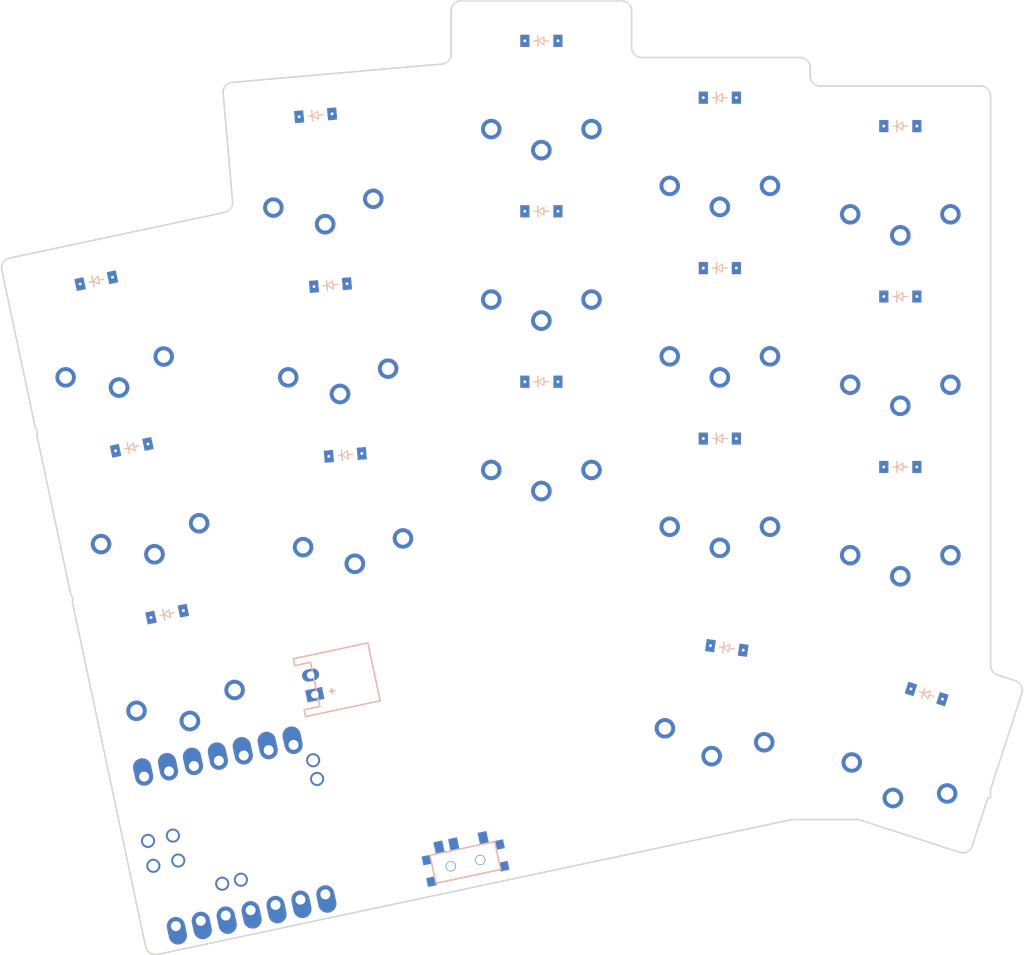
<source format=kicad_pcb>
(kicad_pcb (version 20211014) (generator pcbnew)
  (title_block (title "a_quax") (rev "v1.0.0") (company "Unknown"))
  (layers (0 "F.Cu" signal) (31 "B.Cu" signal) (34 "B.Paste" user) (35 "F.Paste" user) (36 "B.SilkS" user "B.Silkscreen") (37 "F.SilkS" user "F.Silkscreen") (38 "B.Mask" user) (39 "F.Mask" user) (44 "Edge.Cuts" user))
  (net 0 "")
  (net 1 "pinky_bottom")
  (net 2 "P2")
  (net 3 "P7")
  (net 4 "pinky_home")
  (net 5 "P8")
  (net 6 "pinky_top")
  (net 7 "P9")
  (net 8 "ring_bottom")
  (net 9 "P3")
  (net 10 "ring_home")
  (net 11 "ring_top")
  (net 12 "middle_bottom")
  (net 13 "P4")
  (net 14 "middle_home")
  (net 15 "middle_top")
  (net 16 "index_bottom")
  (net 17 "P5")
  (net 18 "index_home")
  (net 19 "index_top")
  (net 20 "inner_bottom")
  (net 21 "P6")
  (net 22 "inner_home")
  (net 23 "inner_top")
  (net 24 "first_only")
  (net 25 "P10")
  (net 26 "second_only")
  (net 27 "VCC5")
  (net 28 "GND")
  (net 29 "VCC3")
  (net 30 "RST")
  (net 31 "RAW")
  (net 32 "NFC0")
  (net 33 "NFC1")
  (net 34 "CLK")
  (net 35 "DIO")
  (net 36 "P0")
  (net 37 "P1")
  (net 38 "RAWER")
  (footprint "E73:SPDT_C128955" (layer "F.Cu") (at 43.18 20.32 -168)
    (fp_text reference "T1" hide)
    (fp_text value "" hide)
    (pad "" smd rect locked (at -3.7 -1.1 192) (size 0.9 0.9) (layers "B.Cu" "B.Paste" "B.Mask"))
    (pad "" smd rect locked (at 3.7 1.1 192) (size 0.9 0.9) (layers "B.Cu" "B.Paste" "B.Mask"))
    (pad "" np_thru_hole circle locked (at 1.5 0) (size 1 1) (drill 0.9) (layers *.Cu *.Mask))
    (pad "" smd rect locked (at 3.7 -1.1 192) (size 0.9 0.9) (layers "B.Cu" "B.Paste" "B.Mask"))
    (pad "" np_thru_hole circle locked (at -1.5 0) (size 1 1) (drill 0.9) (layers *.Cu *.Mask))
    (pad "" smd rect locked (at -3.7 1.1 192) (size 0.9 0.9) (layers "B.Cu" "B.Paste" "B.Mask"))
    (pad "1" smd rect locked (at -2.25 2.075 192) (size 0.9 1.25) (layers "B.Cu" "B.Paste" "B.Mask") (net 31 "RAW"))
    (pad "2" smd rect locked (at 0.75 2.075 192) (size 0.9 1.25) (layers "B.Cu" "B.Paste" "B.Mask") (net 38 "RAWER"))
    (pad "3" smd rect locked (at 2.25 2.075 192) (size 0.9 1.25) (layers "B.Cu" "B.Paste" "B.Mask"))
  )
  (footprint "PG1350" (layer "F.Cu") (at 50.749339 -22.694088 180)
    (fp_text reference "S7" hide)
    (fp_text value "" hide)
    (pad "" np_thru_hole circle locked (at 0 0) (size 3.429 3.429) (drill 3.429) (layers *.Cu *.Mask))
    (pad "" np_thru_hole circle locked (at 5.5 0) (size 1.7018 1.7018) (drill 1.7018) (layers *.Cu *.Mask))
    (pad "" np_thru_hole circle locked (at -5.5 0) (size 1.7018 1.7018) (drill 1.7018) (layers *.Cu *.Mask))
    (pad "1" thru_hole circle locked (at -5 -3.8) (size 2.032 2.032) (drill 1.27) (layers *.Cu *.Mask) (net 12 "middle_bottom"))
    (pad "1" thru_hole circle locked (at 5 -3.8) (size 2.032 2.032) (drill 1.27) (layers *.Cu *.Mask) (net 12 "middle_bottom"))
    (pad "2" thru_hole circle locked (at 0 -5.9) (size 2.032 2.032) (drill 1.27) (layers *.Cu *.Mask) (net 13 "P4"))
    (pad "2" thru_hole circle locked (at 0 -5.9) (size 2.032 2.032) (drill 1.27) (layers *.Cu *.Mask) (net 13 "P4"))
  )
  (footprint "ComboDiode" (layer "F.Cu") (at 28.230995 -54.267085 5)
    (fp_text reference "D6" hide)
    (fp_text value "" hide)
    (pad "1" thru_hole circle locked (at -1.65 0 5) (size 0.6 0.6) (drill 0.3) (layers *.Cu *.Mask) (net 7 "P9"))
    (pad "1" smd rect locked (at -1.65 0 5) (size 0.9 1.2) (layers "F.Cu" "F.Paste" "F.Mask") (net 7 "P9"))
    (pad "1" smd rect locked (at -1.65 0 5) (size 0.9 1.2) (layers "B.Cu" "B.Paste" "B.Mask") (net 7 "P9"))
    (pad "2" smd rect locked (at 1.65 0 5) (size 0.9 1.2) (layers "F.Cu" "F.Paste" "F.Mask") (net 11 "ring_top"))
    (pad "2" thru_hole circle locked (at 1.65 0 5) (size 0.6 0.6) (drill 0.3) (layers *.Cu *.Mask) (net 11 "ring_top"))
    (pad "2" smd rect locked (at 1.65 0 5) (size 0.9 1.2) (layers "B.Cu" "B.Paste" "B.Mask") (net 11 "ring_top"))
  )
  (footprint "ComboDiode" (layer "F.Cu") (at 50.749339 -61.694088)
    (fp_text reference "D9" hide)
    (fp_text value "" hide)
    (pad "1" smd rect locked (at -1.65 0) (size 0.9 1.2) (layers "F.Cu" "F.Paste" "F.Mask") (net 7 "P9"))
    (pad "1" smd rect locked (at -1.65 0) (size 0.9 1.2) (layers "B.Cu" "B.Paste" "B.Mask") (net 7 "P9"))
    (pad "1" thru_hole circle locked (at -1.65 0) (size 0.6 0.6) (drill 0.3) (layers *.Cu *.Mask) (net 7 "P9"))
    (pad "2" thru_hole circle locked (at 1.65 0) (size 0.6 0.6) (drill 0.3) (layers *.Cu *.Mask) (net 15 "middle_top"))
    (pad "2" smd rect locked (at 1.65 0) (size 0.9 1.2) (layers "B.Cu" "B.Paste" "B.Mask") (net 15 "middle_top"))
    (pad "2" smd rect locked (at 1.65 0) (size 0.9 1.2) (layers "F.Cu" "F.Paste" "F.Mask") (net 15 "middle_top"))
  )
  (footprint "PG1350" (layer "F.Cu") (at 31.630069 -15.415492 -175)
    (fp_text reference "S4" hide)
    (fp_text value "" hide)
    (pad "" np_thru_hole circle locked (at 5.5 0) (size 1.7018 1.7018) (drill 1.7018) (layers *.Cu *.Mask))
    (pad "" np_thru_hole circle locked (at -5.5 0) (size 1.7018 1.7018) (drill 1.7018) (layers *.Cu *.Mask))
    (pad "" np_thru_hole circle locked (at 0 0) (size 3.429 3.429) (drill 3.429) (layers *.Cu *.Mask))
    (pad "1" thru_hole circle locked (at -5 -3.8) (size 2.032 2.032) (drill 1.27) (layers *.Cu *.Mask) (net 8 "ring_bottom"))
    (pad "1" thru_hole circle locked (at 5 -3.8) (size 2.032 2.032) (drill 1.27) (layers *.Cu *.Mask) (net 8 "ring_bottom"))
    (pad "2" thru_hole circle locked (at 0 -5.9) (size 2.032 2.032) (drill 1.27) (layers *.Cu *.Mask) (net 9 "P3"))
    (pad "2" thru_hole circle locked (at 0 -5.9) (size 2.032 2.032) (drill 1.27) (layers *.Cu *.Mask) (net 9 "P3"))
  )
  (footprint "ComboDiode" (layer "F.Cu") (at 6.356945 -37.776266 12)
    (fp_text reference "D3" hide)
    (fp_text value "" hide)
    (pad "1" thru_hole circle locked (at -1.65 0 12) (size 0.6 0.6) (drill 0.3) (layers *.Cu *.Mask) (net 7 "P9"))
    (pad "1" smd rect locked (at -1.65 0 12) (size 0.9 1.2) (layers "F.Cu" "F.Paste" "F.Mask") (net 7 "P9"))
    (pad "1" smd rect locked (at -1.65 0 12) (size 0.9 1.2) (layers "B.Cu" "B.Paste" "B.Mask") (net 7 "P9"))
    (pad "2" thru_hole circle locked (at 1.65 0 12) (size 0.6 0.6) (drill 0.3) (layers *.Cu *.Mask) (net 6 "pinky_top"))
    (pad "2" smd rect locked (at 1.65 0 12) (size 0.9 1.2) (layers "F.Cu" "F.Paste" "F.Mask") (net 6 "pinky_top"))
    (pad "2" smd rect locked (at 1.65 0 12) (size 0.9 1.2) (layers "B.Cu" "B.Paste" "B.Mask") (net 6 "pinky_top"))
  )
  (footprint "ComboDiode" (layer "F.Cu") (at 69.245204 -1.145429 -8)
    (fp_text reference "D16" hide)
    (fp_text value "" hide)
    (pad "1" smd rect locked (at -1.65 0 352) (size 0.9 1.2) (layers "B.Cu" "B.Paste" "B.Mask") (net 25 "P10"))
    (pad "1" smd rect locked (at -1.65 0 352) (size 0.9 1.2) (layers "F.Cu" "F.Paste" "F.Mask") (net 25 "P10"))
    (pad "1" thru_hole circle locked (at -1.65 0 352) (size 0.6 0.6) (drill 0.3) (layers *.Cu *.Mask) (net 25 "P10"))
    (pad "2" thru_hole circle locked (at 1.65 0 352) (size 0.6 0.6) (drill 0.3) (layers *.Cu *.Mask) (net 24 "first_only"))
    (pad "2" smd rect locked (at 1.65 0 352) (size 0.9 1.2) (layers "B.Cu" "B.Paste" "B.Mask") (net 24 "first_only"))
    (pad "2" smd rect locked (at 1.65 0 352) (size 0.9 1.2) (layers "F.Cu" "F.Paste" "F.Mask") (net 24 "first_only"))
  )
  (footprint "ComboDiode" (layer "F.Cu") (at 68.549339 -22.027422)
    (fp_text reference "D10" hide)
    (fp_text value "" hide)
    (pad "1" smd rect locked (at -1.65 0) (size 0.9 1.2) (layers "B.Cu" "B.Paste" "B.Mask") (net 3 "P7"))
    (pad "1" smd rect locked (at -1.65 0) (size 0.9 1.2) (layers "F.Cu" "F.Paste" "F.Mask") (net 3 "P7"))
    (pad "1" thru_hole circle locked (at -1.65 0) (size 0.6 0.6) (drill 0.3) (layers *.Cu *.Mask) (net 3 "P7"))
    (pad "2" thru_hole circle locked (at 1.65 0) (size 0.6 0.6) (drill 0.3) (layers *.Cu *.Mask) (net 16 "index_bottom"))
    (pad "2" smd rect locked (at 1.65 0) (size 0.9 1.2) (layers "F.Cu" "F.Paste" "F.Mask") (net 16 "index_bottom"))
    (pad "2" smd rect locked (at 1.65 0) (size 0.9 1.2) (layers "B.Cu" "B.Paste" "B.Mask") (net 16 "index_bottom"))
  )
  (footprint "ComboDiode" (layer "F.Cu") (at 50.749339 -44.694088)
    (fp_text reference "D8" hide)
    (fp_text value "" hide)
    (pad "1" smd rect locked (at -1.65 0) (size 0.9 1.2) (layers "B.Cu" "B.Paste" "B.Mask") (net 5 "P8"))
    (pad "1" thru_hole circle locked (at -1.65 0) (size 0.6 0.6) (drill 0.3) (layers *.Cu *.Mask) (net 5 "P8"))
    (pad "1" smd rect locked (at -1.65 0) (size 0.9 1.2) (layers "F.Cu" "F.Paste" "F.Mask") (net 5 "P8"))
    (pad "2" thru_hole circle locked (at 1.65 0) (size 0.6 0.6) (drill 0.3) (layers *.Cu *.Mask) (net 14 "middle_home"))
    (pad "2" smd rect locked (at 1.65 0) (size 0.9 1.2) (layers "B.Cu" "B.Paste" "B.Mask") (net 14 "middle_home"))
    (pad "2" smd rect locked (at 1.65 0) (size 0.9 1.2) (layers "F.Cu" "F.Paste" "F.Mask") (net 14 "middle_home"))
  )
  (footprint "ComboDiode" (layer "F.Cu") (at 13.425943 -4.519247 12)
    (fp_text reference "D1" hide)
    (fp_text value "" hide)
    (pad "1" thru_hole circle locked (at -1.65 0 12) (size 0.6 0.6) (drill 0.3) (layers *.Cu *.Mask) (net 3 "P7"))
    (pad "1" smd rect locked (at -1.65 0 12) (size 0.9 1.2) (layers "B.Cu" "B.Paste" "B.Mask") (net 3 "P7"))
    (pad "1" smd rect locked (at -1.65 0 12) (size 0.9 1.2) (layers "F.Cu" "F.Paste" "F.Mask") (net 3 "P7"))
    (pad "2" smd rect locked (at 1.65 0 12) (size 0.9 1.2) (layers "F.Cu" "F.Paste" "F.Mask") (net 1 "pinky_bottom"))
    (pad "2" thru_hole circle locked (at 1.65 0 12) (size 0.6 0.6) (drill 0.3) (layers *.Cu *.Mask) (net 1 "pinky_bottom"))
    (pad "2" smd rect locked (at 1.65 0 12) (size 0.9 1.2) (layers "B.Cu" "B.Paste" "B.Mask") (net 1 "pinky_bottom"))
  )
  (footprint "PG1350" (layer "F.Cu") (at 68.549339 -51.027422 180)
    (fp_text reference "S12" hide)
    (fp_text value "" hide)
    (pad "" np_thru_hole circle locked (at 5.5 0) (size 1.7018 1.7018) (drill 1.7018) (layers *.Cu *.Mask))
    (pad "" np_thru_hole circle locked (at -5.5 0) (size 1.7018 1.7018) (drill 1.7018) (layers *.Cu *.Mask))
    (pad "" np_thru_hole circle locked (at 0 0) (size 3.429 3.429) (drill 3.429) (layers *.Cu *.Mask))
    (pad "1" thru_hole circle locked (at 5 -3.8) (size 2.032 2.032) (drill 1.27) (layers *.Cu *.Mask) (net 19 "index_top"))
    (pad "1" thru_hole circle locked (at -5 -3.8) (size 2.032 2.032) (drill 1.27) (layers *.Cu *.Mask) (net 19 "index_top"))
    (pad "2" thru_hole circle locked (at 0 -5.9) (size 2.032 2.032) (drill 1.27) (layers *.Cu *.Mask) (net 17 "P5"))
    (pad "2" thru_hole circle locked (at 0 -5.9) (size 2.032 2.032) (drill 1.27) (layers *.Cu *.Mask) (net 17 "P5"))
  )
  (footprint "ComboDiode" (layer "F.Cu") (at 31.19429 -20.396465 5)
    (fp_text reference "D4" hide)
    (fp_text value "" hide)
    (pad "1" smd rect locked (at -1.65 0 5) (size 0.9 1.2) (layers "B.Cu" "B.Paste" "B.Mask") (net 3 "P7"))
    (pad "1" smd rect locked (at -1.65 0 5) (size 0.9 1.2) (layers "F.Cu" "F.Paste" "F.Mask") (net 3 "P7"))
    (pad "1" thru_hole circle locked (at -1.65 0 5) (size 0.6 0.6) (drill 0.3) (layers *.Cu *.Mask) (net 3 "P7"))
    (pad "2" smd rect locked (at 1.65 0 5) (size 0.9 1.2) (layers "B.Cu" "B.Paste" "B.Mask") (net 8 "ring_bottom"))
    (pad "2" thru_hole circle locked (at 1.65 0 5) (size 0.6 0.6) (drill 0.3) (layers *.Cu *.Mask) (net 8 "ring_bottom"))
    (pad "2" smd rect locked (at 1.65 0 5) (size 0.9 1.2) (layers "F.Cu" "F.Paste" "F.Mask") (net 8 "ring_bottom"))
  )
  (footprint "PG1350" (layer "F.Cu") (at 86.549339 -14.194088 180)
    (fp_text reference "S13" hide)
    (fp_text value "" hide)
    (pad "" np_thru_hole circle locked (at 0 0) (size 3.429 3.429) (drill 3.429) (layers *.Cu *.Mask))
    (pad "" np_thru_hole circle locked (at 5.5 0) (size 1.7018 1.7018) (drill 1.7018) (layers *.Cu *.Mask))
    (pad "" np_thru_hole circle locked (at -5.5 0) (size 1.7018 1.7018) (drill 1.7018) (layers *.Cu *.Mask))
    (pad "1" thru_hole circle locked (at 5 -3.8) (size 2.032 2.032) (drill 1.27) (layers *.Cu *.Mask) (net 20 "inner_bottom"))
    (pad "1" thru_hole circle locked (at -5 -3.8) (size 2.032 2.032) (drill 1.27) (layers *.Cu *.Mask) (net 20 "inner_bottom"))
    (pad "2" thru_hole circle locked (at 0 -5.9) (size 2.032 2.032) (drill 1.27) (layers *.Cu *.Mask) (net 21 "P6"))
    (pad "2" thru_hole circle locked (at 0 -5.9) (size 2.032 2.032) (drill 1.27) (layers *.Cu *.Mask) (net 21 "P6"))
  )
  (footprint "ComboDiode" (layer "F.Cu") (at 68.549339 -39.027422)
    (fp_text reference "D11" hide)
    (fp_text value "" hide)
    (pad "1" thru_hole circle locked (at -1.65 0) (size 0.6 0.6) (drill 0.3) (layers *.Cu *.Mask) (net 5 "P8"))
    (pad "1" smd rect locked (at -1.65 0) (size 0.9 1.2) (layers "B.Cu" "B.Paste" "B.Mask") (net 5 "P8"))
    (pad "1" smd rect locked (at -1.65 0) (size 0.9 1.2) (layers "F.Cu" "F.Paste" "F.Mask") (net 5 "P8"))
    (pad "2" smd rect locked (at 1.65 0) (size 0.9 1.2) (layers "B.Cu" "B.Paste" "B.Mask") (net 18 "index_home"))
    (pad "2" thru_hole circle locked (at 1.65 0) (size 0.6 0.6) (drill 0.3) (layers *.Cu *.Mask) (net 18 "index_home"))
    (pad "2" smd rect locked (at 1.65 0) (size 0.9 1.2) (layers "F.Cu" "F.Paste" "F.Mask") (net 18 "index_home"))
  )
  (footprint "ComboDiode" (layer "F.Cu") (at 89.179862 3.45685 -18)
    (fp_text reference "D17" hide)
    (fp_text value "" hide)
    (pad "1" thru_hole circle locked (at -1.65 0 342) (size 0.6 0.6) (drill 0.3) (layers *.Cu *.Mask) (net 25 "P10"))
    (pad "1" smd rect locked (at -1.65 0 342) (size 0.9 1.2) (layers "B.Cu" "B.Paste" "B.Mask") (net 25 "P10"))
    (pad "1" smd rect locked (at -1.65 0 342) (size 0.9 1.2) (layers "F.Cu" "F.Paste" "F.Mask") (net 25 "P10"))
    (pad "2" thru_hole circle locked (at 1.65 0 342) (size 0.6 0.6) (drill 0.3) (layers *.Cu *.Mask) (net 26 "second_only"))
    (pad "2" smd rect locked (at 1.65 0 342) (size 0.9 1.2) (layers "B.Cu" "B.Paste" "B.Mask") (net 26 "second_only"))
    (pad "2" smd rect locked (at 1.65 0 342) (size 0.9 1.2) (layers "F.Cu" "F.Paste" "F.Mask") (net 26 "second_only"))
  )
  (footprint "PG1350" (layer "F.Cu") (at 50.749339 -56.694088 180)
    (fp_text reference "S9" hide)
    (fp_text value "" hide)
    (pad "" np_thru_hole circle locked (at 0 0) (size 3.429 3.429) (drill 3.429) (layers *.Cu *.Mask))
    (pad "" np_thru_hole circle locked (at 5.5 0) (size 1.7018 1.7018) (drill 1.7018) (layers *.Cu *.Mask))
    (pad "" np_thru_hole circle locked (at -5.5 0) (size 1.7018 1.7018) (drill 1.7018) (layers *.Cu *.Mask))
    (pad "1" thru_hole circle locked (at -5 -3.8) (size 2.032 2.032) (drill 1.27) (layers *.Cu *.Mask) (net 15 "middle_top"))
    (pad "1" thru_hole circle locked (at 5 -3.8) (size 2.032 2.032) (drill 1.27) (layers *.Cu *.Mask) (net 15 "middle_top"))
    (pad "2" thru_hole circle locked (at 0 -5.9) (size 2.032 2.032) (drill 1.27) (layers *.Cu *.Mask) (net 13 "P4"))
    (pad "2" thru_hole circle locked (at 0 -5.9) (size 2.032 2.032) (drill 1.27) (layers *.Cu *.Mask) (net 13 "P4"))
  )
  (footprint "ComboDiode" (layer "F.Cu") (at 29.712643 -37.331775 5)
    (fp_text reference "D5" hide)
    (fp_text value "" hide)
    (pad "1" smd rect locked (at -1.65 0 5) (size 0.9 1.2) (layers "B.Cu" "B.Paste" "B.Mask") (net 5 "P8"))
    (pad "1" thru_hole circle locked (at -1.65 0 5) (size 0.6 0.6) (drill 0.3) (layers *.Cu *.Mask) (net 5 "P8"))
    (pad "1" smd rect locked (at -1.65 0 5) (size 0.9 1.2) (layers "F.Cu" "F.Paste" "F.Mask") (net 5 "P8"))
    (pad "2" smd rect locked (at 1.65 0 5) (size 0.9 1.2) (layers "B.Cu" "B.Paste" "B.Mask") (net 10 "ring_home"))
    (pad "2" smd rect locked (at 1.65 0 5) (size 0.9 1.2) (layers "F.Cu" "F.Paste" "F.Mask") (net 10 "ring_home"))
    (pad "2" thru_hole circle locked (at 1.65 0 5) (size 0.6 0.6) (drill 0.3) (layers *.Cu *.Mask) (net 10 "ring_home"))
  )
  (footprint "ComboDiode" (layer "F.Cu") (at 86.549339 -53.194088)
    (fp_text reference "D15" hide)
    (fp_text value "" hide)
    (pad "1" thru_hole circle locked (at -1.65 0) (size 0.6 0.6) (drill 0.3) (layers *.Cu *.Mask) (net 7 "P9"))
    (pad "1" smd rect locked (at -1.65 0) (size 0.9 1.2) (layers "F.Cu" "F.Paste" "F.Mask") (net 7 "P9"))
    (pad "1" smd rect locked (at -1.65 0) (size 0.9 1.2) (layers "B.Cu" "B.Paste" "B.Mask") (net 7 "P9"))
    (pad "2" thru_hole circle locked (at 1.65 0) (size 0.6 0.6) (drill 0.3) (layers *.Cu *.Mask) (net 23 "inner_top"))
    (pad "2" smd rect locked (at 1.65 0) (size 0.9 1.2) (layers "B.Cu" "B.Paste" "B.Mask") (net 23 "inner_top"))
    (pad "2" smd rect locked (at 1.65 0) (size 0.9 1.2) (layers "F.Cu" "F.Paste" "F.Mask") (net 23 "inner_top"))
  )
  (footprint "ComboDiode" (layer "F.Cu") (at 86.549339 -19.194088)
    (fp_text reference "D13" hide)
    (fp_text value "" hide)
    (pad "1" smd rect locked (at -1.65 0) (size 0.9 1.2) (layers "B.Cu" "B.Paste" "B.Mask") (net 3 "P7"))
    (pad "1" thru_hole circle locked (at -1.65 0) (size 0.6 0.6) (drill 0.3) (layers *.Cu *.Mask) (net 3 "P7"))
    (pad "1" smd rect locked (at -1.65 0) (size 0.9 1.2) (layers "F.Cu" "F.Paste" "F.Mask") (net 3 "P7"))
    (pad "2" thru_hole circle locked (at 1.65 0) (size 0.6 0.6) (drill 0.3) (layers *.Cu *.Mask) (net 20 "inner_bottom"))
    (pad "2" smd rect locked (at 1.65 0) (size 0.9 1.2) (layers "B.Cu" "B.Paste" "B.Mask") (net 20 "inner_bottom"))
    (pad "2" smd rect locked (at 1.65 0) (size 0.9 1.2) (layers "F.Cu" "F.Paste" "F.Mask") (net 20 "inner_bottom"))
  )
  (footprint "ComboDiode" (layer "F.Cu") (at 50.749339 -27.694088)
    (fp_text reference "D7" hide)
    (fp_text value "" hide)
    (pad "1" smd rect locked (at -1.65 0) (size 0.9 1.2) (layers "F.Cu" "F.Paste" "F.Mask") (net 3 "P7"))
    (pad "1" thru_hole circle locked (at -1.65 0) (size 0.6 0.6) (drill 0.3) (layers *.Cu *.Mask) (net 3 "P7"))
    (pad "1" smd rect locked (at -1.65 0) (size 0.9 1.2) (layers "B.Cu" "B.Paste" "B.Mask") (net 3 "P7"))
    (pad "2" smd rect locked (at 1.65 0) (size 0.9 1.2) (layers "F.Cu" "F.Paste" "F.Mask") (net 12 "middle_bottom"))
    (pad "2" thru_hole circle locked (at 1.65 0) (size 0.6 0.6) (drill 0.3) (layers *.Cu *.Mask) (net 12 "middle_bottom"))
    (pad "2" smd rect locked (at 1.65 0) (size 0.9 1.2) (layers "B.Cu" "B.Paste" "B.Mask") (net 12 "middle_bottom"))
  )
  (footprint "PG1350" (layer "F.Cu") (at 30.148421 -32.350801 -175)
    (fp_text reference "S5" hide)
    (fp_text value "" hide)
    (pad "" np_thru_hole circle locked (at -5.5 0) (size 1.7018 1.7018) (drill 1.7018) (layers *.Cu *.Mask))
    (pad "" np_thru_hole circle locked (at 0 0) (size 3.429 3.429) (drill 3.429) (layers *.Cu *.Mask))
    (pad "" np_thru_hole circle locked (at 5.5 0) (size 1.7018 1.7018) (drill 1.7018) (layers *.Cu *.Mask))
    (pad "1" thru_hole circle locked (at 5 -3.8) (size 2.032 2.032) (drill 1.27) (layers *.Cu *.Mask) (net 10 "ring_home"))
    (pad "1" thru_hole circle locked (at -5 -3.8) (size 2.032 2.032) (drill 1.27) (layers *.Cu *.Mask) (net 10 "ring_home"))
    (pad "2" thru_hole circle locked (at 0 -5.9) (size 2.032 2.032) (drill 1.27) (layers *.Cu *.Mask) (net 9 "P3"))
    (pad "2" thru_hole circle locked (at 0 -5.9) (size 2.032 2.032) (drill 1.27) (layers *.Cu *.Mask) (net 9 "P3"))
  )
  (footprint "PG1350" (layer "F.Cu") (at 7.396504 -32.885528 -168)
    (fp_text reference "S3" hide)
    (fp_text value "" hide)
    (pad "" np_thru_hole circle locked (at -5.5 0) (size 1.7018 1.7018) (drill 1.7018) (layers *.Cu *.Mask))
    (pad "" np_thru_hole circle locked (at 0 0) (size 3.429 3.429) (drill 3.429) (layers *.Cu *.Mask))
    (pad "" np_thru_hole circle locked (at 5.5 0) (size 1.7018 1.7018) (drill 1.7018) (layers *.Cu *.Mask))
    (pad "1" thru_hole circle locked (at 5 -3.8) (size 2.032 2.032) (drill 1.27) (layers *.Cu *.Mask) (net 6 "pinky_top"))
    (pad "1" thru_hole circle locked (at -5 -3.8) (size 2.032 2.032) (drill 1.27) (layers *.Cu *.Mask) (net 6 "pinky_top"))
    (pad "2" thru_hole circle locked (at 0 -5.9) (size 2.032 2.032) (drill 1.27) (layers *.Cu *.Mask) (net 2 "P2"))
    (pad "2" thru_hole circle locked (at 0 -5.9) (size 2.032 2.032) (drill 1.27) (layers *.Cu *.Mask) (net 2 "P2"))
  )
  (footprint "PG1350" (layer "F.Cu") (at 10.931003 -16.257018 -168)
    (fp_text reference "S2" hide)
    (fp_text value "" hide)
    (pad "" np_thru_hole circle locked (at 5.5 0) (size 1.7018 1.7018) (drill 1.7018) (layers *.Cu *.Mask))
    (pad "" np_thru_hole circle locked (at 0 0) (size 3.429 3.429) (drill 3.429) (layers *.Cu *.Mask))
    (pad "" np_thru_hole circle locked (at -5.5 0) (size 1.7018 1.7018) (drill 1.7018) (layers *.Cu *.Mask))
    (pad "1" thru_hole circle locked (at 5 -3.8) (size 2.032 2.032) (drill 1.27) (layers *.Cu *.Mask) (net 4 "pinky_home"))
    (pad "1" thru_hole circle locked (at -5 -3.8) (size 2.032 2.032) (drill 1.27) (layers *.Cu *.Mask) (net 4 "pinky_home"))
    (pad "2" thru_hole circle locked (at 0 -5.9) (size 2.032 2.032) (drill 1.27) (layers *.Cu *.Mask) (net 2 "P2"))
    (pad "2" thru_hole circle locked (at 0 -5.9) (size 2.032 2.032) (drill 1.27) (layers *.Cu *.Mask) (net 2 "P2"))
  )
  (footprint "ComboDiode" (layer "F.Cu") (at 9.891444 -21.147756 12)
    (fp_text reference "D2" hide)
    (fp_text value "" hide)
    (pad "1" smd rect locked (at -1.65 0 12) (size 0.9 1.2) (layers "B.Cu" "B.Paste" "B.Mask") (net 5 "P8"))
    (pad "1" smd rect locked (at -1.65 0 12) (size 0.9 1.2) (layers "F.Cu" "F.Paste" "F.Mask") (net 5 "P8"))
    (pad "1" thru_hole circle locked (at -1.65 0 12) (size 0.6 0.6) (drill 0.3) (layers *.Cu *.Mask) (net 5 "P8"))
    (pad "2" thru_hole circle locked (at 1.65 0 12) (size 0.6 0.6) (drill 0.3) (layers *.Cu *.Mask) (net 4 "pinky_home"))
    (pad "2" smd rect locked (at 1.65 0 12) (size 0.9 1.2) (layers "F.Cu" "F.Paste" "F.Mask") (net 4 "pinky_home"))
    (pad "2" smd rect locked (at 1.65 0 12) (size 0.9 1.2) (layers "B.Cu" "B.Paste" "B.Mask") (net 4 "pinky_home"))
  )
  (footprint "ComboDiode" (layer "F.Cu") (at 68.549339 -56.027422)
    (fp_text reference "D12" hide)
    (fp_text value "" hide)
    (pad "1" thru_hole circle locked (at -1.65 0) (size 0.6 0.6) (drill 0.3) (layers *.Cu *.Mask) (net 7 "P9"))
    (pad "1" smd rect locked (at -1.65 0) (size 0.9 1.2) (layers "B.Cu" "B.Paste" "B.Mask") (net 7 "P9"))
    (pad "1" smd rect locked (at -1.65 0) (size 0.9 1.2) (layers "F.Cu" "F.Paste" "F.Mask") (net 7 "P9"))
    (pad "2" smd rect locked (at 1.65 0) (size 0.9 1.2) (layers "B.Cu" "B.Paste" "B.Mask") (net 19 "index_top"))
    (pad "2" smd rect locked (at 1.65 0) (size 0.9 1.2) (layers "F.Cu" "F.Paste" "F.Mask") (net 19 "index_top"))
    (pad "2" thru_hole circle locked (at 1.65 0) (size 0.6 0.6) (drill 0.3) (layers *.Cu *.Mask) (net 19 "index_top"))
  )
  (footprint "PG1350" (layer "F.Cu") (at 50.749339 -39.694088 180)
    (fp_text reference "S8" hide)
    (fp_text value "" hide)
    (pad "" np_thru_hole circle locked (at 5.5 0) (size 1.7018 1.7018) (drill 1.7018) (layers *.Cu *.Mask))
    (pad "" np_thru_hole circle locked (at -5.5 0) (size 1.7018 1.7018) (drill 1.7018) (layers *.Cu *.Mask))
    (pad "" np_thru_hole circle locked (at 0 0) (size 3.429 3.429) (drill 3.429) (layers *.Cu *.Mask))
    (pad "1" thru_hole circle locked (at 5 -3.8) (size 2.032 2.032) (drill 1.27) (layers *.Cu *.Mask) (net 14 "middle_home"))
    (pad "1" thru_hole circle locked (at -5 -3.8) (size 2.032 2.032) (drill 1.27) (layers *.Cu *.Mask) (net 14 "middle_home"))
    (pad "2" thru_hole circle locked (at 0 -5.9) (size 2.032 2.032) (drill 1.27) (layers *.Cu *.Mask) (net 13 "P4"))
    (pad "2" thru_hole circle locked (at 0 -5.9) (size 2.032 2.032) (drill 1.27) (layers *.Cu *.Mask) (net 13 "P4"))
  )
  (footprint "PG1350" (layer "F.Cu") (at 86.549339 -48.194088 180)
    (fp_text reference "S15" hide)
    (fp_text value "" hide)
    (pad "" np_thru_hole circle locked (at 0 0) (size 3.429 3.429) (drill 3.429) (layers *.Cu *.Mask))
    (pad "" np_thru_hole circle locked (at 5.5 0) (size 1.7018 1.7018) (drill 1.7018) (layers *.Cu *.Mask))
    (pad "" np_thru_hole circle locked (at -5.5 0) (size 1.7018 1.7018) (drill 1.7018) (layers *.Cu *.Mask))
    (pad "1" thru_hole circle locked (at -5 -3.8) (size 2.032 2.032) (drill 1.27) (layers *.Cu *.Mask) (net 23 "inner_top"))
    (pad "1" thru_hole circle locked (at 5 -3.8) (size 2.032 2.032) (drill 1.27) (layers *.Cu *.Mask) (net 23 "inner_top"))
    (pad "2" thru_hole circle locked (at 0 -5.9) (size 2.032 2.032) (drill 1.27) (layers *.Cu *.Mask) (net 21 "P6"))
    (pad "2" thru_hole circle locked (at 0 -5.9) (size 2.032 2.032) (drill 1.27) (layers *.Cu *.Mask) (net 21 "P6"))
  )
  (footprint "ComboDiode" (layer "F.Cu") (at 86.549339 -36.194088)
    (fp_text reference "D14" hide)
    (fp_text value "" hide)
    (pad "1" smd rect locked (at -1.65 0) (size 0.9 1.2) (layers "B.Cu" "B.Paste" "B.Mask") (net 5 "P8"))
    (pad "1" thru_hole circle locked (at -1.65 0) (size 0.6 0.6) (drill 0.3) (layers *.Cu *.Mask) (net 5 "P8"))
    (pad "1" smd rect locked (at -1.65 0) (size 0.9 1.2) (layers "F.Cu" "F.Paste" "F.Mask") (net 5 "P8"))
    (pad "2" smd rect locked (at 1.65 0) (size 0.9 1.2) (layers "B.Cu" "B.Paste" "B.Mask") (net 22 "inner_home"))
    (pad "2" thru_hole circle locked (at 1.65 0) (size 0.6 0.6) (drill 0.3) (layers *.Cu *.Mask) (net 22 "inner_home"))
    (pad "2" smd rect locked (at 1.65 0) (size 0.9 1.2) (layers "F.Cu" "F.Paste" "F.Mask") (net 22 "inner_home"))
  )
  (footprint "JST_PH_S2B-PH-K_02x2.00mm_Angled" (layer "F.Cu") (at 27.94 2.54 102)
    (fp_text reference "JST1" hide)
    (fp_text value "" hide)
    (pad "1" thru_hole rect locked (at -1 0 102) (size 1.2 1.7) (drill 0.75) (layers *.Cu *.Mask) (net 38 "RAWER"))
    (pad "2" thru_hole oval locked (at 1 0 102) (size 1.2 1.7) (drill 0.75) (layers *.Cu *.Mask) (net 28 "GND"))
  )
  (footprint "PG1350" (layer "F.Cu") (at 87.634777 8.212132 162)
    (fp_text reference "S17" hide)
    (fp_text value "" hide)
    (pad "" np_thru_hole circle locked (at 5.5 0) (size 1.7018 1.7018) (drill 1.7018) (layers *.Cu *.Mask))
    (pad "" np_thru_hole circle locked (at 0 0) (size 3.429 3.429) (drill 3.429) (layers *.Cu *.Mask))
    (pad "" np_thru_hole circle locked (at -5.5 0) (size 1.7018 1.7018) (drill 1.7018) (layers *.Cu *.Mask))
    (pad "1" thru_hole circle locked (at 5 -3.8) (size 2.032 2.032) (drill 1.27) (layers *.Cu *.Mask) (net 26 "second_only"))
    (pad "1" thru_hole circle locked (at -5 -3.8) (size 2.032 2.032) (drill 1.27) (layers *.Cu *.Mask) (net 26 "second_only"))
    (pad "2" thru_hole circle locked (at 0 -5.9) (size 2.032 2.032) (drill 1.27) (layers *.Cu *.Mask) (net 21 "P6"))
    (pad "2" thru_hole circle locked (at 0 -5.9) (size 2.032 2.032) (drill 1.27) (layers *.Cu *.Mask) (net 21 "P6"))
  )
  (footprint "PG1350" (layer "F.Cu") (at 28.666774 -49.286111 -175)
    (fp_text reference "S6" hide)
    (fp_text value "" hide)
    (pad "" np_thru_hole circle locked (at -5.5 0) (size 1.7018 1.7018) (drill 1.7018) (layers *.Cu *.Mask))
    (pad "" np_thru_hole circle locked (at 0 0) (size 3.429 3.429) (drill 3.429) (layers *.Cu *.Mask))
    (pad "" np_thru_hole circle locked (at 5.5 0) (size 1.7018 1.7018) (drill 1.7018) (layers *.Cu *.Mask))
    (pad "1" thru_hole circle locked (at 5 -3.8) (size 2.032 2.032) (drill 1.27) (layers *.Cu *.Mask) (net 11 "ring_top"))
    (pad "1" thru_hole circle locked (at -5 -3.8) (size 2.032 2.032) (drill 1.27) (layers *.Cu *.Mask) (net 11 "ring_top"))
    (pad "2" thru_hole circle locked (at 0 -5.9) (size 2.032 2.032) (drill 1.27) (layers *.Cu *.Mask) (net 9 "P3"))
    (pad "2" thru_hole circle locked (at 0 -5.9) (size 2.032 2.032) (drill 1.27) (layers *.Cu *.Mask) (net 9 "P3"))
  )
  (footprint "PG1350" (layer "F.Cu") (at 86.549339 -31.194088 180)
    (fp_text reference "S14" hide)
    (fp_text value "" hide)
    (pad "" np_thru_hole circle locked (at 0 0) (size 3.429 3.429) (drill 3.429) (layers *.Cu *.Mask))
    (pad "" np_thru_hole circle locked (at -5.5 0) (size 1.7018 1.7018) (drill 1.7018) (layers *.Cu *.Mask))
    (pad "" np_thru_hole circle locked (at 5.5 0) (size 1.7018 1.7018) (drill 1.7018) (layers *.Cu *.Mask))
    (pad "1" thru_hole circle locked (at 5 -3.8) (size 2.032 2.032) (drill 1.27) (layers *.Cu *.Mask) (net 22 "inner_home"))
    (pad "1" thru_hole circle locked (at -5 -3.8) (size 2.032 2.032) (drill 1.27) (layers *.Cu *.Mask) (net 22 "inner_home"))
    (pad "2" thru_hole circle locked (at 0 -5.9) (size 2.032 2.032) (drill 1.27) (layers *.Cu *.Mask) (net 21 "P6"))
    (pad "2" thru_hole circle locked (at 0 -5.9) (size 2.032 2.032) (drill 1.27) (layers *.Cu *.Mask) (net 21 "P6"))
  )
  (footprint "PG1350" (layer "F.Cu") (at 68.549339 3.805912 172)
    (fp_text reference "S16" hide)
    (fp_text value "" hide)
    (pad "" np_thru_hole circle locked (at 0 0) (size 3.429 3.429) (drill 3.429) (layers *.Cu *.Mask))
    (pad "" np_thru_hole circle locked (at 5.5 0) (size 1.7018 1.7018) (drill 1.7018) (layers *.Cu *.Mask))
    (pad "" np_thru_hole circle locked (at -5.5 0) (size 1.7018 1.7018) (drill 1.7018) (layers *.Cu *.Mask))
    (pad "1" thru_hole circle locked (at 5 -3.8) (size 2.032 2.032) (drill 1.27) (layers *.Cu *.Mask) (net 24 "first_only"))
    (pad "1" thru_hole circle locked (at -5 -3.8) (size 2.032 2.032) (drill 1.27) (layers *.Cu *.Mask) (net 24 "first_only"))
    (pad "2" thru_hole circle locked (at 0 -5.9) (size 2.032 2.032) (drill 1.27) (layers *.Cu *.Mask) (net 17 "P5"))
    (pad "2" thru_hole circle locked (at 0 -5.9) (size 2.032 2.032) (drill 1.27) (layers *.Cu *.Mask) (net 17 "P5"))
  )
  (footprint "PG1350" (layer "F.Cu") (at 68.549339 -17.027422 180)
    (fp_text reference "S10" hide)
    (fp_text value "" hide)
    (pad "" np_thru_hole circle locked (at 5.5 0) (size 1.7018 1.7018) (drill 1.7018) (layers *.Cu *.Mask))
    (pad "" np_thru_hole circle locked (at 0 0) (size 3.429 3.429) (drill 3.429) (layers *.Cu *.Mask))
    (pad "" np_thru_hole circle locked (at -5.5 0) (size 1.7018 1.7018) (drill 1.7018) (layers *.Cu *.Mask))
    (pad "1" thru_hole circle locked (at 5 -3.8) (size 2.032 2.032) (drill 1.27) (layers *.Cu *.Mask) (net 16 "index_bottom"))
    (pad "1" thru_hole circle locked (at -5 -3.8) (size 2.032 2.032) (drill 1.27) (layers *.Cu *.Mask) (net 16 "index_bottom"))
    (pad "2" thru_hole circle locked (at 0 -5.9) (size 2.032 2.032) (drill 1.27) (layers *.Cu *.Mask) (net 17 "P5"))
    (pad "2" thru_hole circle locked (at 0 -5.9) (size 2.032 2.032) (drill 1.27) (layers *.Cu *.Mask) (net 17 "P5"))
  )
  (footprint "PG1350" (layer "F.Cu") (at 14.465501 0.371491 -168)
    (fp_text reference "S1" hide)
    (fp_text value "" hide)
    (pad "" np_thru_hole circle locked (at -5.5 0) (size 1.7018 1.7018) (drill 1.7018) (layers *.Cu *.Mask))
    (pad "" np_thru_hole circle locked (at 5.5 0) (size 1.7018 1.7018) (drill 1.7018) (layers *.Cu *.Mask))
    (pad "" np_thru_hole circle locked (at 0 0) (size 3.429 3.429) (drill 3.429) (layers *.Cu *.Mask))
    (pad "1" thru_hole circle locked (at -5 -3.8) (size 2.032 2.032) (drill 1.27) (layers *.Cu *.Mask) (net 1 "pinky_bottom"))
    (pad "1" thru_hole circle locked (at 5 -3.8) (size 2.032 2.032) (drill 1.27) (layers *.Cu *.Mask) (net 1 "pinky_bottom"))
    (pad "2" thru_hole circle locked (at 0 -5.9) (size 2.032 2.032) (drill 1.27) (layers *.Cu *.Mask) (net 2 "P2"))
    (pad "2" thru_hole circle locked (at 0 -5.9) (size 2.032 2.032) (drill 1.27) (layers *.Cu *.Mask) (net 2 "P2"))
  )
  (footprint "PG1350" (layer "F.Cu") (at 68.549339 -34.027422 180)
    (fp_text reference "S11" hide)
    (fp_text value "" hide)
    (pad "" np_thru_hole circle locked (at 0 0) (size 3.429 3.429) (drill 3.429) (layers *.Cu *.Mask))
    (pad "" np_thru_hole circle locked (at 5.5 0) (size 1.7018 1.7018) (drill 1.7018) (layers *.Cu *.Mask))
    (pad "" np_thru_hole circle locked (at -5.5 0) (size 1.7018 1.7018) (drill 1.7018) (layers *.Cu *.Mask))
    (pad "1" thru_hole circle locked (at -5 -3.8) (size 2.032 2.032) (drill 1.27) (layers *.Cu *.Mask) (net 18 "index_home"))
    (pad "1" thru_hole circle locked (at 5 -3.8) (size 2.032 2.032) (drill 1.27) (layers *.Cu *.Mask) (net 18 "index_home"))
    (pad "2" thru_hole circle locked (at 0 -5.9) (size 2.032 2.032) (drill 1.27) (layers *.Cu *.Mask) (net 17 "P5"))
    (pad "2" thru_hole circle locked (at 0 -5.9) (size 2.032 2.032) (drill 1.27) (layers *.Cu *.Mask) (net 17 "P5"))
  )
  (footprint "xiao-ble-tht" (layer "F.Cu") (at 20.164207 17.562324 102)
    (fp_text reference "MCU1" hide)
    (fp_text value "" hide)
    (pad "1" thru_hole oval locked (at 7.62 -7.62 102) (size 2.75 1.8) (drill 1 (offset 0.475 0)) (layers *.Cu *.Mask) (net 27 "VCC5"))
    (pad "2" thru_hole oval locked (at 7.62 -5.08 102) (size 2.75 1.8) (drill 1 (offset 0.475 0)) (layers *.Cu *.Mask) (net 28 "GND"))
    (pad "3" thru_hole oval locked (at 7.62 -2.54 102) (size 2.75 1.8) (drill 1 (offset 0.475 0)) (layers *.Cu *.Mask) (net 29 "VCC3"))
    (pad "4" thru_hole oval locked (at 7.62 0 102) (size 2.75 1.8) (drill 1 (offset 0.475 0)) (layers *.Cu *.Mask) (net 25 "P10"))
    (pad "5" thru_hole oval locked (at 7.62 2.54 102) (size 2.75 1.8) (drill 1 (offset 0.475 0)) (layers *.Cu *.Mask) (net 7 "P9"))
    (pad "6" thru_hole oval locked (at 7.62 5.08 102) (size 2.75 1.8) (drill 1 (offset 0.475 0)) (layers *.Cu *.Mask) (net 5 "P8"))
    (pad "7" thru_hole oval locked (at 7.62 7.62 102) (size 2.75 1.8) (drill 1 (offset 0.475 0)) (layers *.Cu *.Mask) (net 3 "P7"))
    (pad "8" thru_hole circle locked (at 1.27 -8.572 192) (size 1.397 1.397) (drill 1.016) (layers *.Cu *.Mask) (net 34 "CLK"))
    (pad "9" thru_hole circle locked (at 1.27 -6.032 192) (size 1.397 1.397) (drill 1.016) (layers *.Cu *.Mask) (net 28 "GND"))
    (pad "10" thru_hole circle locked (at 3.81 9.208 282) (size 1.397 1.397) (drill 1.016) (layers *.Cu *.Mask) (net 32 "NFC0"))
    (pad "11" thru_hole circle locked (at 5.715 9.208 282) (size 1.397 1.397) (drill 1.016) (layers *.Cu *.Mask) (net 33 "NFC1"))
    (pad "12" thru_hole oval locked (at -7.62 7.62 282) (size 2.75 1.8) (drill 1 (offset 0.475 0)) (layers *.Cu *.Mask) (net 21 "P6"))
    (pad "13" thru_hole oval locked (at -7.62 5.08 282) (size 2.75 1.8) (drill 1 (offset 0.475 0)) (layers *.Cu *.Mask) (net 17 "P5"))
    (pad "14" thru_hole oval locked (at -7.62 2.54 282) (size 2.75 1.8) (drill 1 (offset 0.475 0)) (layers *.Cu *.Mask) (net 13 "P4"))
    (pad "15" thru_hole oval locked (at -7.62 0 282) (size 2.75 1.8) (drill 1 (offset 0.475 0)) (layers *.Cu *.Mask) (net 9 "P3"))
    (pad "16" thru_hole oval locked (at -7.62 -2.54 282) (size 2.75 1.8) (drill 1 (offset 0.475 0)) (layers *.Cu *.Mask) (net 2 "P2"))
    (pad "17" thru_hole oval locked (at -7.62 -5.08 282) (size 2.75 1.8) (drill 1 (offset 0.475 0)) (layers *.Cu *.Mask) (net 37 "P1"))
    (pad "18" thru_hole oval locked (at -7.62 -7.62 282) (size 2.75 1.8) (drill 1 (offset 0.475 0)) (layers *.Cu *.Mask) (net 36 "P0"))
    (pad "19" thru_hole circle locked (at -1.27 -8.572 192) (size 1.397 1.397) (drill 1.016) (layers *.Cu *.Mask) (net 35 "DIO"))
    (pad "20" thru_hole circle locked (at -1.27 -6.032 192) (size 1.397 1.397) (drill 1.016) (layers *.Cu *.Mask) (net 30 "RST"))
    (pad "21" thru_hole circle locked (at -4.445 -0.317 282) (size 1.397 1.397) (drill 1.016) (layers *.Cu *.Mask) (net 31 "RAW"))
    (pad "22" thru_hole circle locked (at -4.445 -2.222 282) (size 1.397 1.397) (drill 1.016) (layers *.Cu *.Mask) (net 28 "GND"))
  )
  (gr_arc (start 3.998879 -5.582484) (mid 3.978397 -5.842732) (end 4.02597 -6.099413) (layer "Edge.Cuts") (width 0.15))
  (gr_line (start 0.464381 -22.210994) (end 3.790968 -6.560632) (layer "Edge.Cuts") (width 0.15))
  (gr_line (start 82.235978 15.972578) (end 75.845821 15.972578) (layer "Edge.Cuts") (width 0.15))
  (gr_arc (start 76.549339 -60.027422) (mid 77.256446 -59.734529) (end 77.549339 -59.027422) (layer "Edge.Cuts") (width 0.15))
  (gr_line (start 77.549339 -58.194088) (end 77.549339 -59.027422) (layer "Edge.Cuts") (width 0.15))
  (gr_arc (start 78.549339 -57.194088) (mid 77.842232 -57.486981) (end 77.549339 -58.194088) (layer "Edge.Cuts") (width 0.15))
  (gr_line (start 59.749339 -61.027422) (end 59.749339 -64.694088) (layer "Edge.Cuts") (width 0.15))
  (gr_line (start 95.549339 12.978228) (end 98.666421 3.384833) (layer "Edge.Cuts") (width 0.15))
  (gr_line (start 60.749339 -60.027422) (end 76.549339 -60.027422) (layer "Edge.Cuts") (width 0.15))
  (gr_arc (start 41.749339 -64.694088) (mid 42.042232 -65.401195) (end 42.749339 -65.694088) (layer "Edge.Cuts") (width 0.15))
  (gr_line (start 82.544995 16.021522) (end 92.462076 19.243777) (layer "Edge.Cuts") (width 0.15))
  (gr_arc (start 19.003775 -56.471268) (mid 19.233926 -57.201211) (end 19.912815 -57.554618) (layer "Edge.Cuts") (width 0.15))
  (gr_arc (start 94.549339 -57.194088) (mid 95.256446 -56.901195) (end 95.549339 -56.194088) (layer "Edge.Cuts") (width 0.15))
  (gr_line (start -3.070118 -38.839503) (end 0.256469 -23.189142) (layer "Edge.Cuts") (width 0.15))
  (gr_line (start 95.549339 0.594027) (end 95.549339 -56.194088) (layer "Edge.Cuts") (width 0.15))
  (gr_arc (start 93.72215 18.601737) (mid 93.225084 19.183727) (end 92.462076 19.243777) (layer "Edge.Cuts") (width 0.15))
  (gr_arc (start 41.749339 -60.381396) (mid 41.486616 -59.705806) (end 40.836494 -59.385202) (layer "Edge.Cuts") (width 0.15))
  (gr_arc (start 0.464381 -22.210995) (mid 0.443899 -22.471242) (end 0.491472 -22.727923) (layer "Edge.Cuts") (width 0.15))
  (gr_arc (start -3.070119 -38.839504) (mid -2.930641 -39.592055) (end -2.299882 -40.025563) (layer "Edge.Cuts") (width 0.15))
  (gr_arc (start 60.749339 -60.027422) (mid 60.042232 -60.320315) (end 59.749339 -61.027422) (layer "Edge.Cuts") (width 0.15))
  (gr_line (start 78.549339 -57.194088) (end 94.549339 -57.194088) (layer "Edge.Cuts") (width 0.15))
  (gr_line (start 12.461848 29.422917) (end 75.637909 15.994431) (layer "Edge.Cuts") (width 0.15))
  (gr_line (start 41.749339 -64.694088) (end 41.749339 -60.381397) (layer "Edge.Cuts") (width 0.15))
  (gr_line (start 95.549339 13.805912) (end 95.280408 13.805912) (layer "Edge.Cuts") (width 0.15))
  (gr_arc (start 75.637909 15.99443) (mid 75.741292 15.978056) (end 75.845821 15.972578) (layer "Edge.Cuts") (width 0.15))
  (gr_line (start 19.912814 -57.554618) (end 40.836494 -59.385202) (layer "Edge.Cuts") (width 0.15))
  (gr_line (start 19.003776 -56.471267) (end 19.950275 -45.652728) (layer "Edge.Cuts") (width 0.15))
  (gr_arc (start 4.025971 -6.099413) (mid 3.878109 -6.314553) (end 3.790968 -6.560632) (layer "Edge.Cuts") (width 0.15))
  (gr_arc (start 12.461847 29.422917) (mid 11.709297 29.28344) (end 11.275789 28.652681) (layer "Edge.Cuts") (width 0.15))
  (gr_arc (start 98.024382 2.12476) (mid 98.606371 2.621826) (end 98.666421 3.384833) (layer "Edge.Cuts") (width 0.15))
  (gr_line (start 98.024382 2.12476) (end 96.240322 1.545083) (layer "Edge.Cuts") (width 0.15))
  (gr_line (start 3.998879 -5.582485) (end 11.275789 28.652681) (layer "Edge.Cuts") (width 0.15))
  (gr_arc (start 19.950274 -45.652728) (mid 19.757937 -44.97075) (end 19.161992 -44.587425) (layer "Edge.Cuts") (width 0.15))
  (gr_line (start 93.722149 18.601737) (end 95.280408 13.805912) (layer "Edge.Cuts") (width 0.15))
  (gr_arc (start 96.240322 1.545084) (mid 95.740322 1.181813) (end 95.549339 0.594027) (layer "Edge.Cuts") (width 0.15))
  (gr_line (start 58.749339 -65.694088) (end 42.749339 -65.694088) (layer "Edge.Cuts") (width 0.15))
  (gr_arc (start 82.235978 15.972578) (mid 82.392413 15.98489) (end 82.544995 16.021522) (layer "Edge.Cuts") (width 0.15))
  (gr_arc (start 0.491471 -22.727923) (mid 0.343609 -22.943063) (end 0.256469 -23.189142) (layer "Edge.Cuts") (width 0.15))
  (gr_arc (start 58.749339 -65.694088) (mid 59.456446 -65.401195) (end 59.749339 -64.694088) (layer "Edge.Cuts") (width 0.15))
  (gr_line (start 95.549339 12.978228) (end 95.549339 13.805912) (layer "Edge.Cuts") (width 0.15))
  (gr_line (start -2.299882 -40.025563) (end 19.161992 -44.587425) (layer "Edge.Cuts") (width 0.15))
)
</source>
